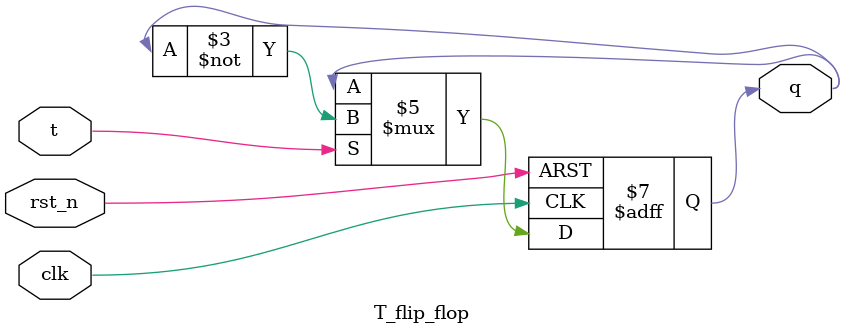
<source format=v>
module T_flip_flop(input t,clk,rst_n,output reg q);

always@(posedge clk or negedge rst_n)begin
	if(!rst_n)
		q<=0;
	else if(t)
		q<=~q;
	else
		q=q;
end
endmodule

</source>
